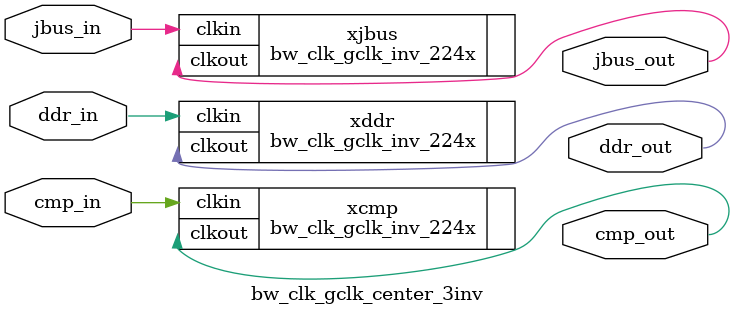
<source format=v>
module bw_clk_gclk_center_3inv(jbus_out ,ddr_out ,cmp_out ,jbus_in ,
     ddr_in ,cmp_in );
output		jbus_out ;
output		ddr_out ;
output		cmp_out ;
input		jbus_in ;
input		ddr_in ;
input		cmp_in ;
 
 
 
bw_clk_gclk_inv_224x xddr (
     .clkout          (ddr_out ),
     .clkin           (ddr_in ) );
bw_clk_gclk_inv_224x xjbus (
     .clkout          (jbus_out ),
     .clkin           (jbus_in ) );
bw_clk_gclk_inv_224x xcmp (
     .clkout          (cmp_out ),
     .clkin           (cmp_in ) );
endmodule


</source>
